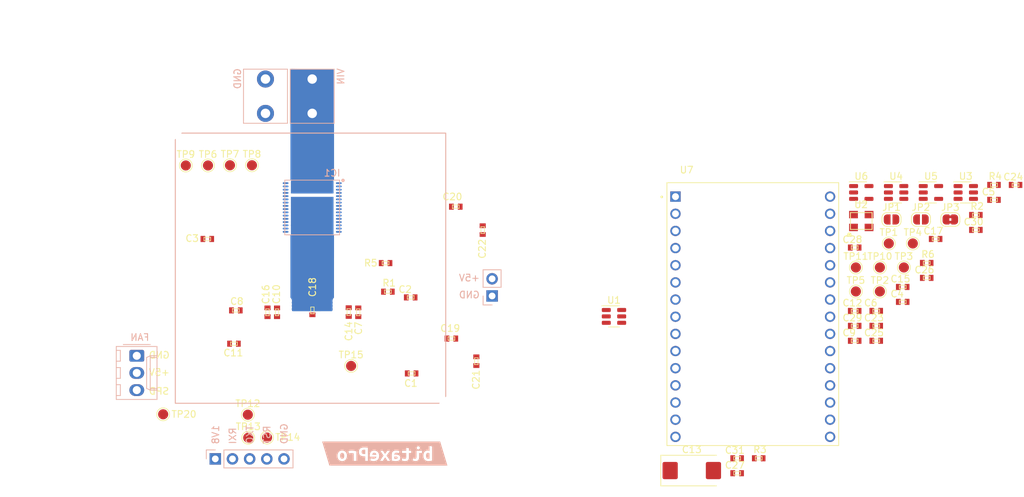
<source format=kicad_pcb>
(kicad_pcb (version 20211014) (generator pcbnew)
  (layers (0 "F.Cu" signal) (1 "In1.Cu" signal) (2 "In2.Cu" signal) (31 "B.Cu" signal) (34 "B.Paste" user) (35 "F.Paste" user) (36 "B.SilkS" user "B.Silkscreen") (37 "F.SilkS" user "F.Silkscreen") (38 "B.Mask" user) (39 "F.Mask" user) (44 "Edge.Cuts" user))
  (net 0 "")
  (net 1 "GND")
  (net 2 "Net-(C2-Pad2)")
  (net 3 "Net-(C6-Pad2)")
  (net 4 "/CI")
  (net 5 "/VDD")
  (net 6 "/RO")
  (net 7 "Net-(C12-Pad2)")
  (net 8 "Net-(C15-Pad2)")
  (net 9 "/RST_N")
  (net 10 "/5V")
  (net 11 "Net-(IC1-Pad4)")
  (net 12 "Net-(IC1-Pad5)")
  (net 13 "Net-(IC1-Pad6)")
  (net 14 "Net-(IC1-Pad25)")
  (net 15 "Net-(IC1-Pad26)")
  (net 16 "Net-(IC1-Pad27)")
  (net 17 "Net-(IC1-Pad28)")
  (net 18 "Net-(IC1-Pad29)")
  (net 19 "Net-(C17-Pad2)")
  (net 20 "/VCCIO")
  (net 21 "/TX")
  (net 22 "/RX")
  (net 23 "/1V8")
  (net 24 "/0V8")
  (net 25 "/RST")
  (net 26 "Net-(IC1-Pad8)")
  (net 27 "Net-(R2-Pad1)")
  (net 28 "Net-(C3-Pad2)")
  (net 29 "Net-(IC1-Pad10)")
  (net 30 "Net-(IC1-Pad11)")
  (net 31 "Net-(IC1-Pad12)")
  (net 32 "Net-(TP1-Pad1)")
  (net 40 "/PWM")
  (net 41 "Net-(IC1-Pad20)")
  (net 42 "Net-(IC1-Pad21)")
  (net 43 "Net-(IC1-Pad22)")
  (footprint "DayMiner:C0402" (layer "F.Cu") (at 172.69 85.17)
    (property "Value" "311-3342-1-ND")
    (fp_text reference "C23" (at -1.889 -0.5985) (layer "F.SilkS") (effects (justify left bottom)))
    (fp_text value "0.1uF")
    (pad "1" smd rect (at -0.65 0) (size 0.7 0.9) (layers "F.Cu" "F.Paste" "F.Mask") (net 20 "/VCCIO"))
    (pad "2" smd rect (at 0.65 0) (size 0.7 0.9) (layers "F.Cu" "F.Paste" "F.Mask") (net 1 "GND"))
  )
  (footprint "Package_TO_SOT_SMD:SOT-23-6" (layer "F.Cu") (at 185.9266 65.4266)
    (fp_text reference "U3" (at 0 -2.4) (layer "F.SilkS"))
    (fp_text value "SN74LVC1T45DRLR")
    (pad "1" smd roundrect locked (at -1.1375 -0.95) (size 1.325 0.6) (layers "F.Cu" "F.Paste" "F.Mask") (net 20 "/VCCIO"))
    (pad "2" smd roundrect locked (at -1.1375 0) (size 1.325 0.6) (layers "F.Cu" "F.Paste" "F.Mask") (net 1 "GND"))
    (pad "3" smd roundrect locked (at -1.1375 0.95) (size 1.325 0.6) (layers "F.Cu" "F.Paste" "F.Mask") (net 21 "/TX"))
    (pad "4" smd roundrect locked (at 1.1375 0.95) (size 1.325 0.6) (layers "F.Cu" "F.Paste" "F.Mask") (net 4 "/CI"))
    (pad "5" smd roundrect locked (at 1.1375 0) (size 1.325 0.6) (layers "F.Cu" "F.Paste" "F.Mask") (net 20 "/VCCIO"))
    (pad "6" smd roundrect locked (at 1.1375 -0.95) (size 1.325 0.6) (layers "F.Cu" "F.Paste" "F.Mask") (net 23 "/1V8"))
  )
  (footprint "DayMiner:C0402" (layer "F.Cu") (at 96.1 83.16 -90)
    (property "Value" "311-3342-1-ND")
    (fp_text reference "C7" (at 1.29 -0.62 90) (layer "F.SilkS") (effects (justify right bottom)))
    (fp_text value "0.1uF")
    (pad "1" smd rect (at -0.65 0 270) (size 0.7 0.9) (layers "F.Cu" "F.Paste" "F.Mask") (net 5 "/VDD"))
    (pad "2" smd rect (at 0.65 0 270) (size 0.7 0.9) (layers "F.Cu" "F.Paste" "F.Mask") (net 1 "GND"))
  )
  (footprint "TestPoint:TestPoint_Pad_D1.5mm" (layer "F.Cu") (at 174.5466 72.9766)
    (fp_text reference "TP1" (at 0 -1.648) (layer "F.SilkS"))
    (fp_text value "TestPoint")
    (pad "1" smd circle locked (at 0 0) (size 1.5 1.5) (layers "F.Cu" "F.Mask") (net 32 "Net-(TP1-Pad1)"))
  )
  (footprint "DayMiner:C0402" (layer "F.Cu") (at 103.99 92.21)
    (property "Value" "311-3342-1-ND")
    (fp_text reference "C1" (at -1.19 2.05) (layer "F.SilkS") (effects (justify left bottom)))
    (fp_text value "0.1uF")
    (pad "1" smd rect (at -0.65 0) (size 0.7 0.9) (layers "F.Cu" "F.Paste" "F.Mask") (net 1 "GND"))
    (pad "2" smd rect (at 0.65 0) (size 0.7 0.9) (layers "F.Cu" "F.Paste" "F.Mask") (net 23 "/1V8"))
  )
  (footprint "Jumper:SolderJumper-2_P1.3mm_Open_RoundedPad1.0x1.5mm" (layer "F.Cu") (at 179.2966 69.4266)
    (fp_text reference "JP2" (at 0 -1.8) (layer "F.SilkS"))
    (fp_text value "SolderJumper_2_Open")
    (pad "1" smd custom locked (at -0.65 0) (size 1 0.5) (layers "F.Cu" "F.Mask") (net 1 "GND") (options (clearance outline) (anchor rect)) (primitives (gr_circle (center 0 0.25) (end 0.5 0.25) (width 0) (fill yes)) (gr_circle (center 0 -0.25) (end 0.5 -0.25) (width 0) (fill yes)) (gr_poly (pts (xy 0.5 0.75) (xy 0 0.75) (xy 0 -0.75) (xy 0.5 -0.75)) (width 0) (fill yes))))
    (pad "2" smd custom locked (at 0.65 0) (size 1 0.5) (layers "F.Cu" "F.Mask") (net 12 "Net-(IC1-Pad5)") (options (clearance outline) (anchor rect)) (primitives (gr_circle (center 0 0.25) (end 0.5 0.25) (width 0) (fill yes)) (gr_circle (center 0 -0.25) (end 0.5 -0.25) (width 0) (fill yes)) (gr_poly (pts (xy 0 0.75) (xy -0.5 0.75) (xy -0.5 -0.75) (xy 0 -0.75)) (width 0) (fill yes))))
  )
  (footprint "DayMiner:R0402" (layer "F.Cu") (at 100.14 75.88)
    (fp_text reference "R5" (at -3.27 0.57) (layer "F.SilkS") (effects (justify left bottom)))
    (fp_text value "1K")
    (pad "1" smd rect (at -0.65 0) (size 0.7 0.9) (layers "F.Cu" "F.Paste" "F.Mask") (net 1 "GND"))
    (pad "2" smd rect (at 0.65 0) (size 0.7 0.9) (layers "F.Cu" "F.Paste" "F.Mask") (net 9 "/RST_N"))
  )
  (footprint "DayMiner:C0402" (layer "F.Cu") (at 73.78 72.31)
    (property "Value" "587-5514-1-ND")
    (fp_text reference "C3" (at -3.32 0.5) (layer "F.SilkS") (effects (justify left bottom)))
    (fp_text value "1uF")
    (pad "1" smd rect (at -0.65 0) (size 0.7 0.9) (layers "F.Cu" "F.Paste" "F.Mask") (net 2 "Net-(C2-Pad2)"))
    (pad "2" smd rect (at 0.65 0) (size 0.7 0.9) (layers "F.Cu" "F.Paste" "F.Mask") (net 28 "Net-(C3-Pad2)"))
  )
  (footprint "MountingHole:MountingHole_3.5mm" (layer "F.Cu") (at 68.31 55.85)
    (fp_text reference "H2" hide)
    (fp_text value "MountingHole")
    (pad "" np_thru_hole circle (at 0.054 0.074) (size 3.5 3.5) (drill 3.5) (layers F&B.Cu *.Mask))
  )
  (footprint "DayMiner:XCVR_ESP32-C3-DEVKITC-02" (layer "F.Cu") (at 154.4336 83.4316)
    (fp_text reference "U7" (at -9.775 -21.34) (layer "F.SilkS"))
    (fp_text value "ESP32-C3-DEVKITC-02")
    (pad "1" thru_hole rect locked (at -11.43 -17.3922) (size 1.53 1.53) (drill 1.02) (layers *.Cu *.Mask) (net 1 "GND"))
    (pad "2" thru_hole circle locked (at -11.43 -14.8522) (size 1.53 1.53) (drill 1.02) (layers *.Cu *.Mask) (net 20 "/VCCIO"))
    (pad "3" thru_hole circle locked (at -11.43 -12.3122) (size 1.53 1.53) (drill 1.02) (layers *.Cu *.Mask) (net 20 "/VCCIO"))
    (pad "4" thru_hole circle locked (at -11.43 -9.7722) (size 1.53 1.53) (drill 1.02) (layers *.Cu *.Mask))
    (pad "5" thru_hole circle locked (at -11.43 -7.2322) (size 1.53 1.53) (drill 1.02) (layers *.Cu *.Mask) (net 1 "GND"))
    (pad "6" thru_hole circle locked (at -11.43 -4.6922) (size 1.53 1.53) (drill 1.02) (layers *.Cu *.Mask))
    (pad "7" thru_hole circle locked (at -11.43 -2.1522) (size 1.53 1.53) (drill 1.02) (layers *.Cu *.Mask))
    (pad "8" thru_hole circle locked (at -11.43 0.3878) (size 1.53 1.53) (drill 1.02) (layers *.Cu *.Mask))
    (pad "9" thru_hole circle locked (at -11.43 2.9278) (size 1.53 1.53) (drill 1.02) (layers *.Cu *.Mask))
    (pad "10" thru_hole circle locked (at -11.43 5.4678) (size 1.53 1.53) (drill 1.02) (layers *.Cu *.Mask) (net 1 "GND"))
    (pad "11" thru_hole circle locked (at -11.43 8.0078) (size 1.53 1.53) (drill 1.02) (layers *.Cu *.Mask))
    (pad "12" thru_hole circle locked (at -11.43 10.5478) (size 1.53 1.53) (drill 1.02) (layers *.Cu *.Mask))
    (pad "13" thru_hole circle locked (at -11.43 13.0878) (size 1.53 1.53) (drill 1.02) (layers *.Cu *.Mask) (net 10 "/5V"))
    (pad "14" thru_hole circle locked (at -11.43 15.6278) (size 1.53 1.53) (drill 1.02) (layers *.Cu *.Mask) (net 10 "/5V"))
    (pad "15" thru_hole circle locked (at -11.43 18.1678) (size 1.53 1.53) (drill 1.02) (layers *.Cu *.Mask) (net 1 "GND"))
    (pad "16" thru_hole circle locked (at 11.43 18.1678) (size 1.53 1.53) (drill 1.02) (layers *.Cu *.Mask) (net 1 "GND"))
    (pad "17" thru_hole circle locked (at 11.43 15.6278) (size 1.53 1.53) (drill 1.02) (layers *.Cu *.Mask) (net 1 "GND"))
    (pad "18" thru_hole circle locked (at 11.43 13.0878) (size 1.53 1.53) (drill 1.02) (layers *.Cu *.Mask))
    (pad "19" thru_hole circle locked (at 11.43 10.5478) (size 1.53 1.53) (drill 1.02) (layers *.Cu *.Mask))
    (pad "20" thru_hole circle locked (at 11.43 8.0078) (size 1.53 1.53) (drill 1.02) (layers *.Cu *.Mask) (net 1 "GND"))
    (pad "21" thru_hole circle locked (at 11.43 5.4678) (size 1.53 1.53) (drill 1.02) (layers *.Cu *.Mask))
    (pad "22" thru_hole circle locked (at 11.43 2.9278) (size 1.53 1.53) (drill 1.02) (layers *.Cu *.Mask))
    (pad "23" thru_hole circle locked (at 11.43 0.3878) (size 1.53 1.53) (drill 1.02) (layers *.Cu *.Mask) (net 1 "GND"))
    (pad "24" thru_hole circle locked (at 11.43 -2.1522) (size 1.53 1.53) (drill 1.02) (layers *.Cu *.Mask))
    (pad "25" thru_hole circle locked (at 11.43 -4.6922) (size 1.53 1.53) (drill 1.02) (layers *.Cu *.Mask) (net 1 "GND"))
    (pad "26" thru_hole circle locked (at 11.43 -7.2322) (size 1.53 1.53) (drill 1.02) (layers *.Cu *.Mask))
    (pad "27" thru_hole circle locked (at 11.43 -9.7722) (size 1.53 1.53) (drill 1.02) (layers *.Cu *.Mask))
    (pad "28" thru_hole circle locked (at 11.43 -12.3122) (size 1.53 1.53) (drill 1.02) (layers *.Cu *.Mask))
    (pad "29" thru_hole circle locked (at 11.43 -14.8522) (size 1.53 1.53) (drill 1.02) (layers *.Cu *.Mask))
    (pad "30" thru_hole circle locked (at 11.43 -17.3922) (size 1.53 1.53) (drill 1.02) (layers *.Cu *.Mask) (net 1 "GND"))
  )
  (footprint "TestPoint:TestPoint_Pad_D1.5mm" (layer "F.Cu") (at 95.04 91.1)
    (fp_text reference "TP15" (at 0 -1.648) (layer "F.SilkS"))
    (fp_text value "TestPoint")
    (pad "1" smd circle locked (at 0 0) (size 1.5 1.5) (layers "F.Cu" "F.Mask") (net 1 "GND"))
  )
  (footprint "DayMiner:C0402" (layer "F.Cu") (at 114.5 71 90)
    (fp_text reference "C22" (at -4.32 0.52 90) (layer "F.SilkS") (effects (justify left bottom)))
    (fp_text value "1uF")
    (pad "1" smd rect (at -0.65 0 90) (size 0.7 0.9) (layers "F.Cu" "F.Paste" "F.Mask") (net 24 "/0V8"))
    (pad "2" smd rect (at 0.65 0 90) (size 0.7 0.9) (layers "F.Cu" "F.Paste" "F.Mask") (net 1 "GND"))
  )
  (footprint "Package_TO_SOT_SMD:SOT-23-5" (layer "F.Cu") (at 180.7766 65.4266)
    (fp_text reference "U5" (at 0 -2.4) (layer "F.SilkS"))
    (fp_text value "MCP1824")
    (pad "1" smd roundrect locked (at -1.1375 -0.95) (size 1.325 0.6) (layers "F.Cu" "F.Paste" "F.Mask") (net 10 "/5V"))
    (pad "2" smd roundrect locked (at -1.1375 0) (size 1.325 0.6) (layers "F.Cu" "F.Paste" "F.Mask") (net 1 "GND"))
    (pad "3" smd roundrect locked (at -1.1375 0.95) (size 1.325 0.6) (layers "F.Cu" "F.Paste" "F.Mask") (net 10 "/5V"))
    (pad "4" smd roundrect locked (at 1.1375 0.95) (size 1.325 0.6) (layers "F.Cu" "F.Paste" "F.Mask"))
    (pad "5" smd roundrect locked (at 1.1375 -0.95) (size 1.325 0.6) (layers "F.Cu" "F.Paste" "F.Mask") (net 23 "/1V8"))
  )
  (footprint "Package_TO_SOT_SMD:SOT-23-6" (layer "F.Cu") (at 175.6266 65.4266)
    (fp_text reference "U4" (at 0 -2.4) (layer "F.SilkS"))
    (fp_text value "SN74LVC1T45DRLR")
    (pad "1" smd roundrect locked (at -1.1375 -0.95) (size 1.325 0.6) (layers "F.Cu" "F.Paste" "F.Mask") (net 20 "/VCCIO"))
    (pad "2" smd roundrect locked (at -1.1375 0) (size 1.325 0.6) (layers "F.Cu" "F.Paste" "F.Mask") (net 1 "GND"))
    (pad "3" smd roundrect locked (at -1.1375 0.95) (size 1.325 0.6) (layers "F.Cu" "F.Paste" "F.Mask") (net 25 "/RST"))
    (pad "4" smd roundrect locked (at 1.1375 0.95) (size 1.325 0.6) (layers "F.Cu" "F.Paste" "F.Mask") (net 9 "/RST_N"))
    (pad "5" smd roundrect locked (at 1.1375 0) (size 1.325 0.6) (layers "F.Cu" "F.Paste" "F.Mask") (net 20 "/VCCIO"))
    (pad "6" smd roundrect locked (at 1.1375 -0.95) (size 1.325 0.6) (layers "F.Cu" "F.Paste" "F.Mask") (net 23 "/1V8"))
  )
  (footprint "DayMiner:R0402" (layer "F.Cu") (at 180.15 75.86)
    (fp_text reference "R6" (at -0.889 -0.6985) (layer "F.SilkS") (effects (justify left bottom)))
    (fp_text value "10k")
    (pad "1" smd rect (at -0.65 0) (size 0.7 0.9) (layers "F.Cu" "F.Paste" "F.Mask") (net 16 "Net-(IC1-Pad27)"))
    (pad "2" smd rect (at 0.65 0) (size 0.7 0.9) (layers "F.Cu" "F.Paste" "F.Mask") (net 23 "/1V8"))
  )
  (footprint "Package_TO_SOT_SMD:SOT-23-5" (layer "F.Cu") (at 170.4766 65.4266)
    (fp_text reference "U6" (at 0 -2.4) (layer "F.SilkS"))
    (fp_text value "MCP1824")
    (pad "1" smd roundrect locked (at -1.1375 -0.95) (size 1.325 0.6) (layers "F.Cu" "F.Paste" "F.Mask") (net 10 "/5V"))
    (pad "2" smd roundrect locked (at -1.1375 0) (size 1.325 0.6) (layers "F.Cu" "F.Paste" "F.Mask") (net 1 "GND"))
    (pad "3" smd roundrect locked (at -1.1375 0.95) (size 1.325 0.6) (layers "F.Cu" "F.Paste" "F.Mask") (net 10 "/5V"))
    (pad "4" smd roundrect locked (at 1.1375 0.95) (size 1.325 0.6) (layers "F.Cu" "F.Paste" "F.Mask"))
    (pad "5" smd roundrect locked (at 1.1375 -0.95) (size 1.325 0.6) (layers "F.Cu" "F.Paste" "F.Mask") (net 24 "/0V8"))
  )
  (footprint "MountingHole:MountingHole_3.5mm" (layer "F.Cu") (at 109.66 97.3)
    (fp_text reference "H1" hide)
    (fp_text value "MountingHole")
    (pad "" np_thru_hole circle (at 0.07 -0.01) (size 3.5 3.5) (drill 3.5) (layers F&B.Cu *.Mask))
  )
  (footprint "DayMiner:C0402" (layer "F.Cu") (at 176.6 81.62)
    (property "Value" "587-5514-1-ND")
    (fp_text reference "C4" (at -1.889 -0.5985) (layer "F.SilkS") (effects (justify left bottom)))
    (fp_text value "1uF")
    (pad "1" smd rect (at -0.65 0) (size 0.7 0.9) (layers "F.Cu" "F.Paste" "F.Mask") (net 24 "/0V8"))
    (pad "2" smd rect (at 0.65 0) (size 0.7 0.9) (layers "F.Cu" "F.Paste" "F.Mask") (net 1 "GND"))
  )
  (footprint "DayMiner:C0402" (layer "F.Cu") (at 169.5 82.96)
    (property "Value" "587-5514-1-ND")
    (fp_text reference "C12" (at -1.889 -0.5985) (layer "F.SilkS") (effects (justify left bottom)))
    (fp_text value "1uF")
    (pad "1" smd rect (at -0.65 0) (size 0.7 0.9) (layers "F.Cu" "F.Paste" "F.Mask") (net 5 "/VDD"))
    (pad "2" smd rect (at 0.65 0) (size 0.7 0.9) (layers "F.Cu" "F.Paste" "F.Mask") (net 7 "Net-(C12-Pad2)"))
  )
  (footprint "DayMiner:C0402" (layer "F.Cu") (at 152.12 104.77)
    (property "Value" "587-5514-1-ND")
    (fp_text reference "C31" (at -1.889 -0.5985) (layer "F.SilkS") (effects (justify left bottom)))
    (fp_text value "1uF")
    (pad "1" smd rect (at -0.65 0) (size 0.7 0.9) (layers "F.Cu" "F.Paste" "F.Mask") (net 23 "/1V8"))
    (pad "2" smd rect (at 0.65 0) (size 0.7 0.9) (layers "F.Cu" "F.Paste" "F.Mask") (net 1 "GND"))
  )
  (footprint "Jumper:SolderJumper-2_P1.3mm_Bridged2Bar_RoundedPad1.0x1.5mm" (layer "F.Cu") (at 183.6466 69.4266)
    (fp_text reference "JP3" (at 0 -1.8) (layer "F.SilkS"))
    (fp_text value "SolderJumper_2_Bridged")
    (fp_poly (pts (xy -0.25 0.2) (xy 0.25 0.2) (xy 0.25 0.6) (xy -0.25 0.6)) (layer "F.Cu") (width 0) (fill solid))
    (fp_poly (pts (xy -0.25 -0.6) (xy 0.25 -0.6) (xy 0.25 -0.2) (xy -0.25 -0.2)) (layer "F.Cu") (width 0) (fill solid))
    (pad "1" smd custom locked (at -0.65 0) (size 1 0.5) (layers "F.Cu" "F.Mask") (net 1 "GND") (options (clearance outline) (anchor rect)) (primitives (gr_circle (center 0 0.25) (end 0.5 0.25) (width 0) (fill yes)) (gr_circle (center 0 -0.25) (end 0.5 -0.25) (width 0) (fill yes)) (gr_poly (pts (xy 0.5 0.75) (xy 0 0.75) (xy 0 -0.75) (xy 0.5 -0.75)) (width 0) (fill yes))))
    (pad "2" smd custom locked (at 0.65 0) (size 1 0.5) (layers "F.Cu" "F.Mask") (net 13 "Net-(IC1-Pad6)") (options (clearance outline) (anchor rect)) (primitives (gr_circle (center 0 0.25) (end 0.5 0.25) (width 0) (fill yes)) (gr_circle (center 0 -0.25) (end 0.5 -0.25) (width 0) (fill yes)) (gr_poly (pts (xy 0 0.75) (xy -0.5 0.75) (xy -0.5 -0.75) (xy 0 -0.75)) (width 0) (fill yes))))
  )
  (footprint "DayMiner:C0402" (layer "F.Cu") (at 180.15 78.07)
    (property "Value" "311-3342-1-ND")
    (fp_text reference "C26" (at -1.889 -0.5985) (layer "F.SilkS") (effects (justify left bottom)))
    (fp_text value "0.1uF")
    (pad "1" smd rect (at -0.65 0) (size 0.7 0.9) (layers "F.Cu" "F.Paste" "F.Mask") (net 23 "/1V8"))
    (pad "2" smd rect (at 0.65 0) (size 0.7 0.9) (layers "F.Cu" "F.Paste" "F.Mask") (net 1 "GND"))
  )
  (footprint "Package_TO_SOT_SMD:SOT-23-6" (layer "F.Cu") (at 133.91 83.77)
    (fp_text reference "U1" (at 0 -2.4) (layer "F.SilkS"))
    (fp_text value "SN74LVC1T45DRLR")
    (pad "1" smd roundrect locked (at -1.1375 -0.95) (size 1.325 0.6) (layers "F.Cu" "F.Paste" "F.Mask") (net 20 "/VCCIO"))
    (pad "2" smd roundrect locked (at -1.1375 0) (size 1.325 0.6) (layers "F.Cu" "F.Paste" "F.Mask") (net 1 "GND"))
    (pad "3" smd roundrect locked (at -1.1375 0.95) (size 1.325 0.6) (layers "F.Cu" "F.Paste" "F.Mask") (net 22 "/RX"))
    (pad "4" smd roundrect locked (at 1.1375 0.95) (size 1.325 0.6) (layers "F.Cu" "F.Paste" "F.Mask") (net 6 "/RO"))
    (pad "5" smd roundrect locked (at 1.1375 0) (size 1.325 0.6) (layers "F.Cu" "F.Paste" "F.Mask") (net 1 "GND"))
    (pad "6" smd roundrect locked (at 1.1375 -0.95) (size 1.325 0.6) (layers "F.Cu" "F.Paste" "F.Mask") (net 23 "/1V8"))
  )
  (footprint "DayMiner:C0402" (layer "F.Cu") (at 176.6 79.41)
    (property "Value" "587-5514-1-ND")
    (fp_text reference "C15" (at -1.889 -0.5985) (layer "F.SilkS") (effects (justify left bottom)))
    (fp_text value "1uF")
    (pad "1" smd rect (at -0.65 0) (size 0.7 0.9) (layers "F.Cu" "F.Paste" "F.Mask") (net 7 "Net-(C12-Pad2)"))
    (pad "2" smd rect (at 0.65 0) (size 0.7 0.9) (layers "F.Cu" "F.Paste" "F.Mask") (net 8 "Net-(C15-Pad2)"))
  )
  (footprint "DayMiner:alignment_pin_1.5mm" (layer "F.Cu") (at 51.68 37.69)
    (fp_text reference "H6" hide)
    (fp_text value "AlignmentHole")
    (pad "" np_thru_hole circle (at 0 0) (size 1.5 1.5) (drill 1.5) (layers F&B.Cu *.Mask))
  )
  (footprint "DayMiner:C0402" (layer "F.Cu") (at 82.68 83.16 -90)
    (property "Value" "587-5514-1-ND")
    (fp_text reference "C16" (at -4.21 -0.34 90) (layer "F.SilkS") (effects (justify right bottom)))
    (fp_text value "1uF")
    (pad "1" smd rect (at -0.65 0 270) (size 0.7 0.9) (layers "F.Cu" "F.Paste" "F.Mask") (net 24 "/0V8"))
    (pad "2" smd rect (at 0.65 0 270) (size 0.7 0.9) (layers "F.Cu" "F.Paste" "F.Mask") (net 1 "GND"))
  )
  (footprint "DayMiner:R0402" (layer "F.Cu") (at 155.31 104.77)
    (fp_text reference "R3" (at -0.889 -0.6985) (layer "F.SilkS") (effects (justify left bottom)))
    (fp_text value "0")
    (pad "1" smd rect (at -0.65 0) (size 0.7 0.9) (layers "F.Cu" "F.Paste" "F.Mask") (net 6 "/RO"))
    (pad "2" smd rect (at 0.65 0) (size 0.7 0.9) (layers "F.Cu" "F.Paste" "F.Mask") (net 29 "Net-(IC1-Pad10)"))
  )
  (footprint "DayMiner:alignment_pin_1.5mm" (layer "F.Cu") (at 50.85 40.15)
    (fp_text reference "H5" hide)
    (fp_text value "AlignmentHole")
    (pad "" np_thru_hole circle (at 0 0) (size 1.5 1.5) (drill 1.5) (layers F&B.Cu *.Mask))
  )
  (footprint "TestPoint:TestPoint_Pad_D1.5mm" (layer "F.Cu") (at 80.38 61.4)
    (fp_text reference "TP8" (at 0 -1.648) (layer "F.SilkS"))
    (fp_text value "TestPoint")
    (pad "1" smd circle locked (at 0 0) (size 1.5 1.5) (layers "F.Cu" "F.Mask") (net 42 "Net-(IC1-Pad21)"))
  )
  (footprint "DayMiner:C0402" (layer "F.Cu") (at 89.32 82.88 -90)
    (property "Value" "587-5514-1-ND")
    (fp_text reference "C18" (at -1.889 -0.5985 -90) (layer "F.SilkS") (effects (justify left bottom)))
    (fp_text value "1uF")
    (pad "1" smd rect (at -0.65 0 270) (size 0.7 0.9) (layers "F.Cu" "F.Paste" "F.Mask") (net 19 "Net-(C17-Pad2)"))
    (pad "2" smd rect (at 0.65 0 270) (size 0.7 0.9) (layers "F.Cu" "F.Paste" "F.Mask") (net 1 "GND"))
  )
  (footprint "DayMiner:C0402" (layer "F.Cu") (at 172.69 87.38)
    (property "Value" "311-3342-1-ND")
    (fp_text reference "C25" (at -1.889 -0.5985) (layer "F.SilkS") (effects (justify left bottom)))
    (fp_text value "0.1uF")
    (pad "1" smd rect (at -0.65 0) (size 0.7 0.9) (layers "F.Cu" "F.Paste" "F.Mask") (net 20 "/VCCIO"))
    (pad "2" smd rect (at 0.65 0) (size 0.7 0.9) (layers "F.Cu" "F.Paste" "F.Mask") (net 1 "GND"))
  )
  (footprint "TestPoint:TestPoint_Pad_D1.5mm" (layer "F.Cu") (at 169.6766 80.0766)
    (fp_text reference "TP5" (at 0 -1.648) (layer "F.SilkS"))
    (fp_text value "TestPoint")
    (pad "1" smd circle locked (at 0 0) (size 1.5 1.5) (layers "F.Cu" "F.Mask") (net 15 "Net-(IC1-Pad26)"))
  )
  (footprint "TestPoint:TestPoint_Pad_D1.5mm" (layer "F.Cu") (at 176.7766 76.5266)
    (fp_text reference "TP3" (at 0 -1.648) (layer "F.SilkS"))
    (fp_text value "TestPoint")
    (pad "1" smd circle locked (at 0 0) (size 1.5 1.5) (layers "F.Cu" "F.Mask") (net 18 "Net-(IC1-Pad29)"))
  )
  (footprint "DayMiner:C0402" (layer "F.Cu") (at 84.09 83.16 -90)
    (property "Value" "587-5514-1-ND")
    (fp_text reference "C10" (at -4.23 -0.5 90) (layer "F.SilkS") (effects (justify right bottom)))
    (fp_text value "1uF")
    (pad "1" smd rect (at -0.65 0 270) (size 0.7 0.9) (layers "F.Cu" "F.Paste" "F.Mask") (net 5 "/VDD"))
    (pad "2" smd rect (at 0.65 0 270) (size 0.7 0.9) (layers "F.Cu" "F.Paste" "F.Mask") (net 1 "GND"))
  )
  (footprint "DayMiner:C0402" (layer "F.Cu") (at 77.72 87.81 180)
    (property "Value" "587-5514-1-ND")
    (fp_text reference "C11" (at -1.46 -1.94) (layer "F.SilkS") (effects (justify right bottom)))
    (fp_text value "1uF")
    (pad "1" smd rect (at -0.65 0 180) (size 0.7 0.9) (layers "F.Cu" "F.Paste" "F.Mask") (net 5 "/VDD"))
    (pad "2" smd rect (at 0.65 0 180) (size 0.7 0.9) (layers "F.Cu" "F.Paste" "F.Mask") (net 1 "GND"))
  )
  (footprint "DayMiner:C0402" (layer "F.Cu") (at 94.69 83.13 -90)
    (property "Value" "587-5514-1-ND")
    (fp_text reference "C14" (at 1.29 -0.59 90) (layer "F.SilkS") (effects (justify right bottom)))
    (fp_text value "1uF")
    (pad "1" smd rect (at -0.65 0 270) (size 0.7 0.9) (layers "F.Cu" "F.Paste" "F.Mask") (net 23 "/1V8"))
    (pad "2" smd rect (at 0.65 0 270) (size 0.7 0.9) (layers "F.Cu" "F.Paste" "F.Mask") (net 1 "GND"))
  )
  (footprint "DayMiner:alignment_pin_1.5mm" (layer "F.Cu") (at 48.22 40.02)
    (fp_text reference "H4" hide)
    (fp_text value "AlignmentHole")
    (pad "" np_thru_hole circle (at 0 0) (size 1.5 1.5) (drill 1.5) (layers F&B.Cu *.Mask))
  )
  (footprint "Capacitor_Tantalum_SMD:CP_EIA-7343-31_Kemet-D_Pad2.25x2.55mm_HandSolder" (layer "F.Cu") (at 145.4166 106.5866)
    (fp_text reference "C13" (at 0 -3.1) (layer "F.SilkS"))
    (fp_text value "330uF")
    (pad "1" smd roundrect locked (at -3.2 0) (size 2.25 2.55) (layers "F.Cu" "F.Paste" "F.Mask") (roundrect_rratio 0.111111) (net 5 "/VDD"))
    (pad "2" smd roundrect locked (at 3.2 0) (size 2.25 2.55) (layers "F.Cu" "F.Paste" "F.Mask") (roundrect_rratio 0.111111) (net 1 "GND"))
  )
  (footprint "DayMiner:alignment_pin_1.5mm" (layer "F.Cu") (at 48.83 37.86)
    (fp_text reference "H3" hide)
    (fp_text value "AlignmentHole")
    (pad "" np_thru_hole circle (at 0 0) (size 1.5 1.5) (drill 1.5) (layers F&B.Cu *.Mask))
  )
  (footprint "TestPoint:TestPoint_Pad_D1.5mm" (layer "F.Cu") (at 77.13 61.4)
    (fp_text reference "TP7" (at 0 -1.648) (layer "F.SilkS"))
    (fp_text value "TestPoint")
    (pad "1" smd circle locked (at 0 0) (size 1.5 1.5) (layers "F.Cu" "F.Mask") (net 43 "Net-(IC1-Pad22)"))
  )
  (footprint "TestPoint:TestPoint_Pad_D1.5mm" (layer "F.Cu") (at 173.2266 80.0766)
    (fp_text reference "TP2" (at 0 -1.648) (layer "F.SilkS"))
    (fp_text value "TestPoint")
    (pad "1" smd circle locked (at 0 0) (size 1.5 1.5) (layers "F.Cu" "F.Mask") (net 27 "Net-(R2-Pad1)"))
  )
  (footprint "TestPoint:TestPoint_Pad_D1.5mm" (layer "F.Cu") (at 79.83 101.73)
    (fp_text reference "TP13" (at 0 -1.648) (layer "F.SilkS"))
    (fp_text value "TestPoint")
    (pad "1" smd circle locked (at 0 0) (size 1.5 1.5) (layers "F.Cu" "F.Mask") (net 22 "/RX"))
  )
  (footprint "DayMiner:C0402" (layer "F.Cu") (at 169.5 85.17)
    (property "Value" "587-5514-1-ND")
    (fp_text reference "C29" (at -1.889 -0.5985) (layer "F.SilkS") (effects (justify left bottom)))
    (fp_text value "1uF")
    (pad "1" smd rect (at -0.65 0) (size 0.7 0.9) (layers "F.Cu" "F.Paste" "F.Mask") (net 23 "/1V8"))
    (pad "2" smd rect (at 0.65 0) (size 0.7 0.9) (layers "F.Cu" "F.Paste" "F.Mask") (net 1 "GND"))
  )
  (footprint "DayMiner:C0402" (layer "F.Cu") (at 109.87 87.05 180)
    (property "Value" "311-3342-1-ND")
    (fp_text reference "C19" (at -1.37 0.93) (layer "F.SilkS") (effects (justify right bottom)))
    (fp_text value "0.1uF")
    (pad "1" smd rect (at -0.65 0 180) (size 0.7 0.9) (layers "F.Cu" "F.Paste" "F.Mask") (net 10 "/5V"))
    (pad "2" smd rect (at 0.65 0 180) (size 0.7 0.9) (layers "F.Cu" "F.Paste" "F.Mask") (net 1 "GND"))
  )
  (footprint "DayMiner:C0402" (layer "F.Cu") (at 172.69 82.96)
    (property "Value" "587-5514-1-ND")
    (fp_text reference "C6" (at -1.889 -0.5985) (layer "F.SilkS") (effects (justify left bottom)))
    (fp_text value "1uF")
    (pad "1" smd rect (at -0.65 0) (size 0.7 0.9) (layers "F.Cu" "F.Paste" "F.Mask") (net 28 "Net-(C3-Pad2)"))
    (pad "2" smd rect (at 0.65 0) (size 0.7 0.9) (layers "F.Cu" "F.Paste" "F.Mask") (net 3 "Net-(C6-Pad2)"))
  )
  (footprint "TestPoint:TestPoint_Pad_D1.5mm" (layer "F.Cu") (at 70.6 61.43)
    (fp_text reference "TP9" (at 0 -1.648) (layer "F.SilkS"))
    (fp_text value "TestPoint")
    (pad "1" smd circle locked (at 0 0) (size 1.5 1.5) (layers "F.Cu" "F.Mask") (net 41 "Net-(IC1-Pad20)"))
  )
  (footprint "TestPoint:TestPoint_Pad_D1.5mm" (layer "F.Cu") (at 178.0966 72.9766)
    (fp_text reference "TP4" (at 0 -1.648) (layer "F.SilkS"))
    (fp_text value "TestPoint")
    (pad "1" smd circle locked (at 0 0) (size 1.5 1.5) (layers "F.Cu" "F.Mask") (net 17 "Net-(IC1-Pad28)"))
  )
  (footprint "TestPoint:TestPoint_Pad_D1.5mm" (layer "F.Cu") (at 82.61 101.7)
    (fp_text reference "TP14" (at 3.06 -0.04) (layer "F.SilkS"))
    (fp_text value "TestPoint")
    (pad "1" smd circle locked (at 0 0) (size 1.5 1.5) (layers "F.Cu" "F.Mask") (net 25 "/RST"))
  )
  (footprint "DayMiner:O 25,0-JO32-B-1V3-1-T1-LF" (layer "F.Cu") (at 170.47478 69.6516)
    (fp_text reference "U2" (at -0.03 -2.43 unlocked) (layer "F.SilkS"))
    (fp_text value "oscillator")
    (pad "1" smd rect (at -1.15 0.95) (size 1.3 1.1) (layers "F.Cu" "F.Paste" "F.Mask") (net 32 "Net-(TP1-Pad1)"))
    (pad "2" smd rect (at 1.15 0.95) (size 1.3 1.1) (layers "F.Cu" "F.Paste" "F.Mask") (net 1 "GND"))
    (pad "3" smd rect (at 1.15 -0.95) (size 1.3 1.1) (layers "F.Cu" "F.Paste" "F.Mask") (net 27 "Net-(R2-Pad1)"))
    (pad "4" smd rect (at -1.15 -0.95) (size 1.3 1.1) (layers "F.Cu" "F.Paste" "F.Mask") (net 23 "/1V8"))
  )
  (footprint "TestPoint:TestPoint_Pad_D1.5mm" (layer "F.Cu") (at 173.2266 76.5266)
    (fp_text reference "TP10" (at 0 -1.648) (layer "F.SilkS"))
    (fp_text value "TestPoint")
    (pad "1" smd circle locked (at 0 0) (size 1.5 1.5) (layers "F.Cu" "F.Mask") (net 23 "/1V8"))
  )
  (footprint "DayMiner:R0402" (layer "F.Cu") (at 100.48 80.11)
    (fp_text reference "R1" (at -0.889 -0.6985) (layer "F.SilkS") (effects (justify left bottom)))
    (fp_text value "470")
    (pad "1" smd rect (at -0.65 0) (size 0.7 0.9) (layers "F.Cu" "F.Paste" "F.Mask") (net 1 "GND"))
    (pad "2" smd rect (at 0.65 0) (size 0.7 0.9) (layers "F.Cu" "F.Paste" "F.Mask") (net 26 "Net-(IC1-Pad8)"))
  )
  (footprint "DayMiner:C0402" (layer "F.Cu") (at 103.85 80.96)
    (property "Value" "587-5514-1-ND")
    (fp_text reference "C2" (at -1.889 -0.5985) (layer "F.SilkS") (effects (justify left bottom)))
    (fp_text value "1uF")
    (pad "1" smd rect (at -0.65 0) (size 0.7 0.9) (layers "F.Cu" "F.Paste" "F.Mask") (net 1 "GND"))
    (pad "2" smd rect (at 0.65 0) (size 0.7 0.9) (layers "F.Cu" "F.Paste" "F.Mask") (net 2 "Net-(C2-Pad2)"))
  )
  (footprint "DayMiner:C0402" (layer "F.Cu") (at 110.52 67.53 180)
    (property "Value" "311-3342-1-ND")
    (fp_text reference "C20" (at -1.05 0.88) (layer "F.SilkS") (effects (justify right bottom)))
    (fp_text value "0.1uF")
    (pad "1" smd rect (at -0.65 0 180) (size 0.7 0.9) (layers "F.Cu" "F.Paste" "F.Mask") (net 10 "/5V"))
    (pad "2" smd rect (at 0.65 0 180) (size 0.7 0.9) (layers "F.Cu" "F.Paste" "F.Mask") (net 1 "GND"))
  )
  (footprint "DayMiner:C0402" (layer "F.Cu") (at 152.12 106.98)
    (property "Value" "311-3342-1-ND")
    (fp_text reference "C27" (at -1.889 -0.5985) (layer "F.SilkS") (effects (justify left bottom)))
    (fp_text value "0.1uF")
    (pad "1" smd rect (at -0.65 0) (size 0.7 0.9) (layers "F.Cu" "F.Paste" "F.Mask") (net 23 "/1V8"))
    (pad "2" smd rect (at 0.65 0) (size 0.7 0.9) (layers "F.Cu" "F.Paste" "F.Mask") (net 1 "GND"))
  )
  (footprint "DayMiner:C0402" (layer "F.Cu") (at 190.1 66.52)
    (property "Value" "587-5514-1-ND")
    (fp_text reference "C5" (at -1.889 -0.5985) (layer "F.SilkS") (effects (justify left bottom)))
    (fp_text value "1uF")
    (pad "1" smd rect (at -0.65 0) (size 0.7 0.9) (layers "F.Cu" "F.Paste" "F.Mask") (net 23 "/1V8"))
    (pad "2" smd rect (at 0.65 0) (size 0.7 0.9) (layers "F.Cu" "F.Paste" "F.Mask") (net 1 "GND"))
  )
  (footprint "TestPoint:TestPoint_Pad_D1.5mm" (layer "F.Cu") (at 73.88 61.43)
    (fp_text reference "TP6" (at 0 -1.648) (layer "F.SilkS"))
    (fp_text value "TestPoint")
    (pad "1" smd circle locked (at 0 0) (size 1.5 1.5) (layers "F.Cu" "F.Mask") (net 14 "Net-(IC1-Pad25)"))
  )
  (footprint "DayMiner:R0402" (layer "F.Cu") (at 187.42 68.76)
    (fp_text reference "R2" (at -0.889 -0.6985) (layer "F.SilkS") (effects (justify left bottom)))
    (fp_text value "33")
    (pad "1" smd rect (at -0.65 0) (size 0.7 0.9) (layers "F.Cu" "F.Paste" "F.Mask") (net 27 "Net-(R2-Pad1)"))
    (pad "2" smd rect (at 0.65 0) (size 0.7 0.9) (layers "F.Cu" "F.Paste" "F.Mask") (net 31 "Net-(IC1-Pad12)"))
  )
  (footprint "DayMiner:C0402" (layer "F.Cu") (at 181.47 72.31)
    (property "Value" "587-5514-1-ND")
    (fp_text reference "C17" (at -1.889 -0.5985) (layer "F.SilkS") (effects (justify left bottom)))
    (fp_text value "1uF")
    (pad "1" smd rect (at -0.65 0) (size 0.7 0.9) (layers "F.Cu" "F.Paste" "F.Mask") (net 8 "Net-(C15-Pad2)"))
    (pad "2" smd rect (at 0.65 0) (size 0.7 0.9) (layers "F.Cu" "F.Paste" "F.Mask") (net 19 "Net-(C17-Pad2)"))
  )
  (footprint "Jumper:SolderJumper-2_P1.3mm_Open_RoundedPad1.0x1.5mm" (layer "F.Cu") (at 174.9466 69.4266)
    (fp_text reference "JP1" (at 0 -1.8) (layer "F.SilkS"))
    (fp_text value "SolderJumper_2_Open")
    (pad "1" smd custom locked (at -0.65 0) (size 1 0.5) (layers "F.Cu" "F.Mask") (net 1 "GND") (options (clearance outline) (anchor rect)) (primitives (gr_circle (center 0 0.25) (end 0.5 0.25) (width 0) (fill yes)) (gr_circle (center 0 -0.25) (end 0.5 -0.25) (width 0) (fill yes)) (gr_poly (pts (xy 0.5 0.75) (xy 0 0.75) (xy 0 -0.75) (xy 0.5 -0.75)) (width 0) (fill yes))))
    (pad "2" smd custom locked (at 0.65 0) (size 1 0.5) (layers "F.Cu" "F.Mask") (net 11 "Net-(IC1-Pad4)") (options (clearance outline) (anchor rect)) (primitives (gr_circle (center 0 0.25) (end 0.5 0.25) (width 0) (fill yes)) (gr_circle (center 0 -0.25) (end 0.5 -0.25) (width 0) (fill yes)) (gr_poly (pts (xy 0 0.75) (xy -0.5 0.75) (xy -0.5 -0.75) (xy 0 -0.75)) (width 0) (fill yes))))
  )
  (footprint "DayMiner:C0402" (layer "F.Cu") (at 187.42 70.97)
    (property "Value" "587-5514-1-ND")
    (fp_text reference "C30" (at -1.889 -0.5985) (layer "F.SilkS") (effects (justify left bottom)))
    (fp_text value "1uF")
    (pad "1" smd rect (at -0.65 0) (size 0.7 0.9) (layers "F.Cu" "F.Paste" "F.Mask") (net 23 "/1V8"))
    (pad "2" smd rect (at 0.65 0) (size 0.7 0.9) (layers "F.Cu" "F.Paste" "F.Mask") (net 1 "GND"))
  )
  (footprint "DayMiner:C0402" (layer "F.Cu") (at 78 82.88)
    (property "Value" "587-5514-1-ND")
    (fp_text reference "C8" (at -0.93 -0.75) (layer "F.SilkS") (effects (justify left bottom)))
    (fp_text value "1uF")
    (pad "1" smd rect (at -0.65 0) (size 0.7 0.9) (layers "F.Cu" "F.Paste" "F.Mask") (net 3 "Net-(C6-Pad2)"))
    (pad "2" smd rect (at 0.65 0) (size 0.7 0.9) (layers "F.Cu" "F.Paste" "F.Mask") (net 5 "/VDD"))
  )
  (footprint "TestPoint:TestPoint_Pad_D1.5mm" (layer "F.Cu") (at 169.6766 76.5266)
    (fp_text reference "TP11" (at 0 -1.648) (layer "F.SilkS"))
    (fp_text value "TestPoint")
    (pad "1" smd circle locked (at 0 0) (size 1.5 1.5) (layers "F.Cu" "F.Mask") (net 24 "/0V8"))
  )
  (footprint "TestPoint:TestPoint_Pad_D1.5mm" (layer "F.Cu") (at 79.77 98.32)
    (fp_text reference "TP12" (at 0 -1.648) (layer "F.SilkS"))
    (fp_text value "TestPoint")
    (pad "1" smd circle locked (at 0 0) (size 1.5 1.5) (layers "F.Cu" "F.Mask") (net 21 "/TX"))
  )
  (footprint "DayMiner:C0402" (layer "F.Cu") (at 169.5 73.58)
    (property "Value" "311-3342-1-ND")
    (fp_text reference "C28" (at -1.889 -0.5985) (layer "F.SilkS") (effects (justify left bottom)))
    (fp_text value "0.1uF")
    (pad "1" smd rect (at -0.65 0) (size 0.7 0.9) (layers "F.Cu" "F.Paste" "F.Mask") (net 23 "/1V8"))
    (pad "2" smd rect (at 0.65 0) (size 0.7 0.9) (layers "F.Cu" "F.Paste" "F.Mask") (net 1 "GND"))
  )
  (footprint "DayMiner:C0402" (layer "F.Cu") (at 193.29 64.31)
    (property "Value" "311-3342-1-ND")
    (fp_text reference "C24" (at -1.889 -0.5985) (layer "F.SilkS") (effects (justify left bottom)))
    (fp_text value "0.1uF")
    (pad "1" smd rect (at -0.65 0) (size 0.7 0.9) (layers "F.Cu" "F.Paste" "F.Mask") (net 20 "/VCCIO"))
    (pad "2" smd rect (at 0.65 0) (size 0.7 0.9) (layers "F.Cu" "F.Paste" "F.Mask") (net 1 "GND"))
  )
  (footprint "DayMiner:C0402" (layer "F.Cu") (at 113.56 90.4 90)
    (fp_text reference "C21" (at -4.29 0.55 90) (layer "F.SilkS") (effects (justify left bottom)))
    (fp_text value "1uF")
    (pad "1" smd rect (at -0.65 0 90) (size 0.7 0.9) (layers "F.Cu" "F.Paste" "F.Mask") (net 23 "/1V8"))
    (pad "2" smd rect (at 0.65 0 90) (size 0.7 0.9) (layers "F.Cu" "F.Paste" "F.Mask") (net 1 "GND"))
  )
  (footprint "DayMiner:R0402" (layer "F.Cu") (at 190.1 64.31)
    (fp_text reference "R4" (at -0.889 -0.6985) (layer "F.SilkS") (effects (justify left bottom)))
    (fp_text value "0")
    (pad "1" smd rect (at -0.65 0) (size 0.7 0.9) (layers "F.Cu" "F.Paste" "F.Mask") (net 4 "/CI"))
    (pad "2" smd rect (at 0.65 0) (size 0.7 0.9) (layers "F.Cu" "F.Paste" "F.Mask") (net 30 "Net-(IC1-Pad11)"))
  )
  (footprint "TestPoint:TestPoint_Pad_D1.5mm" (layer "F.Cu") (at 67.25 98.26)
    (fp_text reference "TP20" (at 3.08 -0.01) (layer "F.SilkS"))
    (fp_text value "TestPoint")
    (pad "1" smd circle locked (at 0 0) (size 1.5 1.5) (layers "F.Cu" "F.Mask") (net 40 "/PWM"))
  )
  (footprint "DayMiner:C0402" (layer "F.Cu") (at 169.5 87.38)
    (property "Value" "311-3342-1-ND")
    (fp_text reference "C9" (at -1.889 -0.5985) (layer "F.SilkS") (effects (justify left bottom)))
    (fp_text value "0.1uF")
    (pad "1" smd rect (at -0.65 0) (size 0.7 0.9) (layers "F.Cu" "F.Paste" "F.Mask") (net 5 "/VDD"))
    (pad "2" smd rect (at 0.65 0) (size 0.7 0.9) (layers "F.Cu" "F.Paste" "F.Mask") (net 1 "GND"))
  )
  (footprint "kibuzzard-62AD2371" (layer "B.Cu") (at 100.02 104.07 180)
    (fp_text reference "kibuzzard-62AD2371" hide)
    (fp_text value "G***" hide)
  )
  (footprint "Connector_PinHeader_2.54mm:PinHeader_1x05_P2.54mm_Vertical" (layer "B.Cu") (at 74.96 104.86 -90)
    (fp_text reference "J3" hide)
    (fp_text value "Conn_01x05")
    (pad "1" thru_hole rect locked (at 0 0 270) (size 1.7 1.7) (drill 1) (layers *.Cu *.Mask) (net 20 "/VCCIO"))
    (pad "2" thru_hole oval locked (at 0 -2.54 270) (size 1.7 1.7) (drill 1) (layers *.Cu *.Mask) (net 21 "/TX"))
    (pad "3" thru_hole oval locked (at 0 -5.08 270) (size 1.7 1.7) (drill 1) (layers *.Cu *.Mask) (net 22 "/RX"))
    (pad "4" thru_hole oval locked (at 0 -7.62 270) (size 1.7 1.7) (drill 1) (layers *.Cu *.Mask) (net 25 "/RST"))
    (pad "5" thru_hole oval locked (at 0 -10.16 270) (size 1.7 1.7) (drill 1) (layers *.Cu *.Mask) (net 1 "GND"))
  )
  (footprint "Connector_PinHeader_2.54mm:PinHeader_1x02_P2.54mm_Vertical" (layer "B.Cu") (at 115.89 80.745)
    (fp_text reference "J4" hide)
    (fp_text value "Conn_01x02")
    (pad "1" thru_hole rect locked (at 0 0) (size 1.7 1.7) (drill 1) (layers *.Cu *.Mask) (net 1 "GND"))
    (pad "2" thru_hole oval locked (at 0 -2.54) (size 1.7 1.7) (drill 1) (layers *.Cu *.Mask) (net 10 "/5V"))
  )
  (footprint "DayMiner:SON45P800X800X70-33T645X800N" (layer "B.Cu") (at 89.29 67.65 180)
    (fp_text reference "IC1" (at -4.25 4.51) (layer "B.SilkS") (effects (justify left bottom mirror)))
    (fp_text value "BM1397_mode1")
    (pad "1" smd roundrect (at -3.9346 3.6 180) (size 0.86 0.27) (layers "B.Cu" "B.Paste" "B.Mask") (roundrect_rratio 0.5) (net 3 "Net-(C6-Pad2)"))
    (pad "2" smd roundrect (at -3.9346 3.12 180) (size 0.86 0.27) (layers "B.Cu" "B.Paste" "B.Mask") (roundrect_rratio 0.5) (net 28 "Net-(C3-Pad2)"))
    (pad "3" smd roundrect (at -3.9346 2.64 180) (size 0.86 0.27) (layers "B.Cu" "B.Paste" "B.Mask") (roundrect_rratio 0.5) (net 2 "Net-(C2-Pad2)"))
    (pad "4" smd roundrect (at -3.9346 2.16 180) (size 0.86 0.27) (layers "B.Cu" "B.Paste" "B.Mask") (roundrect_rratio 0.5) (net 11 "Net-(IC1-Pad4)"))
    (pad "5" smd roundrect (at -3.9346 1.68 180) (size 0.86 0.27) (layers "B.Cu" "B.Paste" "B.Mask") (roundrect_rratio 0.5) (net 12 "Net-(IC1-Pad5)"))
    (pad "6" smd roundrect (at -3.9346 1.2 180) (size 0.86 0.27) (layers "B.Cu" "B.Paste" "B.Mask") (roundrect_rratio 0.5) (net 13 "Net-(IC1-Pad6)"))
    (pad "7" smd roundrect (at -3.9346 0.72 180) (size 0.86 0.27) (layers "B.Cu" "B.Paste" "B.Mask") (roundrect_rratio 0.5))
    (pad "8" smd roundrect (at -3.9346 0.24 180) (size 0.86 0.27) (layers "B.Cu" "B.Paste" "B.Mask") (roundrect_rratio 0.5) (net 26 "Net-(IC1-Pad8)"))
    (pad "9" smd roundrect (at -3.9346 -0.24 180) (size 0.86 0.27) (layers "B.Cu" "B.Paste" "B.Mask") (roundrect_rratio 0.5) (net 9 "/RST_N"))
    (pad "10" smd roundrect (at -3.9346 -0.72 180) (size 0.86 0.27) (layers "B.Cu" "B.Paste" "B.Mask") (roundrect_rratio 0.5) (net 29 "Net-(IC1-Pad10)"))
    (pad "11" smd roundrect (at -3.9346 -1.2 180) (size 0.86 0.27) (layers "B.Cu" "B.Paste" "B.Mask") (roundrect_rratio 0.5) (net 30 "Net-(IC1-Pad11)"))
    (pad "12" smd roundrect (at -3.9346 -1.68 180) (size 0.86 0.27) (layers "B.Cu" "B.Paste" "B.Mask") (roundrect_rratio 0.5) (net 31 "Net-(IC1-Pad12)"))
    (pad "13" smd roundrect (at -3.9346 -2.16 180) (size 0.86 0.27) (layers "B.Cu" "B.Paste" "B.Mask") (roundrect_rratio 0.5) (net 1 "GND"))
    (pad "14" smd roundrect (at -3.9346 -2.64 180) (size 0.86 0.27) (layers "B.Cu" "B.Paste" "B.Mask") (roundrect_rratio 0.5) (net 24 "/0V8"))
    (pad "15" smd roundrect (at -3.9346 -3.12 180) (size 0.86 0.27) (layers "B.Cu" "B.Paste" "B.Mask") (roundrect_rratio 0.5) (net 24 "/0V8"))
    (pad "16" smd roundrect (at -3.9346 -3.6 180) (size 0.86 0.27) (layers "B.Cu" "B.Paste" "B.Mask") (roundrect_rratio 0.5) (net 23 "/1V8"))
    (pad "17" smd roundrect (at 3.9346 -3.6 180) (size 0.86 0.27) (layers "B.Cu" "B.Paste" "B.Mask") (roundrect_rratio 0.5) (net 23 "/1V8"))
    (pad "18" smd roundrect (at 3.9346 -3.12 180) (size 0.86 0.27) (layers "B.Cu" "B.Paste" "B.Mask") (roundrect_rratio 0.5) (net 24 "/0V8"))
    (pad "19" smd roundrect (at 3.9346 -2.64 180) (size 0.86 0.27) (layers "B.Cu" "B.Paste" "B.Mask") (roundrect_rratio 0.5) (net 1 "GND"))
    (pad "20" smd roundrect (at 3.9346 -2.16 180) (size 0.86 0.27) (layers "B.Cu" "B.Paste" "B.Mask") (roundrect_rratio 0.5) (net 41 "Net-(IC1-Pad20)"))
    (pad "21" smd roundrect (at 3.9346 -1.68 180) (size 0.86 0.27) (layers "B.Cu" "B.Paste" "B.Mask") (roundrect_rratio 0.5) (net 42 "Net-(IC1-Pad21)"))
    (pad "22" smd roundrect (at 3.9346 -1.2 180) (size 0.86 0.27) (layers "B.Cu" "B.Paste" "B.Mask") (roundrect_rratio 0.5) (net 43 "Net-(IC1-Pad22)"))
    (pad "23" smd roundrect (at 3.9346 -0.72 180) (size 0.86 0.27) (layers "B.Cu" "B.Paste" "B.Mask") (roundrect_rratio 0.5))
    (pad "24" smd roundrect (at 3.9346 -0.24 180) (size 0.86 0.27) (layers "B.Cu" "B.Paste" "B.Mask") (roundrect_rratio 0.5))
    (pad "25" smd roundrect (at 3.9346 0.24 180) (size 0.86 0.27) (layers "B.Cu" "B.Paste" "B.Mask") (roundrect_rratio 0.5) (net 14 "Net-(IC1-Pad25)"))
    (pad "26" smd roundrect (at 3.9346 0.72 180) (size 0.86 0.27) (layers "B.Cu" "B.Paste" "B.Mask") (roundrect_rratio 0.5) (net 15 "Net-(IC1-Pad26)"))
    (pad "27" smd roundrect (at 3.9346 1.2 180) (size 0.86 0.27) (layers "B.Cu" "B.Paste" "B.Mask") (roundrect_rratio 0.5) (net 16 "Net-(IC1-Pad27)"))
    (pad "28" smd roundrect (at 3.9346 1.68 180) (size 0.86 0.27) (layers "B.Cu" "B.Paste" "B.Mask") (roundrect_rratio 0.5) (net 17 "Net-(IC1-Pad28)"))
    (pad "29" smd roundrect (at 3.9346 2.16 180) (size 0.86 0.27) (layers "B.Cu" "B.Paste" "B.Mask") (roundrect_rratio 0.5) (net 18 "Net-(IC1-Pad29)"))
    (pad "30" smd roundrect (at 3.9346 2.64 180) (size 0.86 0.27) (layers "B.Cu" "B.Paste" "B.Mask") (roundrect_rratio 0.5) (net 19 "Net-(C17-Pad2)"))
    (pad "31" smd roundrect (at 3.9346 3.12 180) (size 0.86 0.27) (layers "B.Cu" "B.Paste" "B.Mask") (roundrect_rratio 0.5) (net 8 "Net-(C15-Pad2)"))
    (pad "32" smd roundrect (at 3.9346 3.6 180) (size 0.86 0.27) (layers "B.Cu" "B.Paste" "B.Mask") (roundrect_rratio 0.5) (net 7 "Net-(C12-Pad2)"))
    (pad "33" smd rect (at 0 3 180) (size 6.3 1.85) (layers "B.Cu" "B.Mask") (net 5 "/VDD"))
    (pad "34" smd rect (at 0 -1.2 180) (size 6.3 5.55) (layers "B.Cu" "B.Mask") (net 1 "GND"))
  )
  (footprint "DayMiner:63862-1" (layer "B.Cu") (at 89.29 51.18 90)
    (fp_text reference "J1" hide)
    (fp_text value "Conn_01x01")
    (pad "1" thru_hole circle (at 2.54 0 90) (size 2.52 2.52) (drill 1.4) (layers *.Cu *.Mask) (net 5 "/VDD"))
    (pad "1" thru_hole circle (at -2.54 0 90) (size 2.52 2.52) (drill 1.4) (layers *.Cu *.Mask) (net 5 "/VDD"))
  )
  (footprint "DayMiner:63862-1" (layer "B.Cu") (at 82.38 51.18 90)
    (fp_text reference "J2" hide)
    (fp_text value "Conn_01x01")
    (pad "1" thru_hole circle (at 2.54 0 90) (size 2.52 2.52) (drill 1.4) (layers *.Cu *.Mask) (net 1 "GND"))
    (pad "1" thru_hole circle (at -2.54 0 90) (size 2.52 2.52) (drill 1.4) (layers *.Cu *.Mask) (net 1 "GND"))
  )
  (footprint "Connector_Molex:Molex_KK-254_AE-6410-03A_1x03_P2.54mm_Vertical" (layer "B.Cu") (at 63.35 89.6 -90)
    (fp_text reference "J5" hide)
    (fp_text value "Conn_01x03")
    (pad "1" thru_hole roundrect locked (at 0 0 270) (size 1.74 2.19) (drill 1.19) (layers *.Cu *.Mask) (roundrect_rratio 0.1436781609) (net 1 "GND"))
    (pad "2" thru_hole oval locked (at 2.54 0 270) (size 1.74 2.19) (drill 1.19) (layers *.Cu *.Mask) (net 10 "/5V"))
    (pad "3" thru_hole oval locked (at 5.08 0 270) (size 1.74 2.19) (drill 1.19) (layers *.Cu *.Mask) (net 40 "/PWM"))
  )
  (gr_rect (start 69.05 56.64) (end 109.03 96.63) (layer "B.SilkS") (width 0.15) (fill none))
  (gr_text "VIN" (at 93.52 48.256666 90) (layer "B.SilkS") (effects (font (size 1 1)) (justify mirror)))
  (gr_text "RST" (at 82.6075 101.306666 90) (layer "B.SilkS") (effects (font (size 1 1)) (justify mirror)))
  (gr_text "GND" (at 112.52 80.58) (layer "B.SilkS") (effects (font (size 1 1)) (justify mirror)))
  (gr_text "1V8" (at 75.01 101.282857 90) (layer "B.SilkS") (effects (font (size 1 1)) (justify mirror)))
  (gr_text "FAN" (at 63.8 86.88) (layer "B.SilkS") (effects (font (size 1 1)) (justify mirror)))
  (gr_text "RXI" (at 77.5425 101.449524 90) (layer "B.SilkS") (effects (font (size 1 1)) (justify mirror)))
  (gr_text "GND" (at 85.14 101.14 90) (layer "B.SilkS") (effects (font (size 1 1)) (justify mirror)))
  (gr_text "TXO" (at 80.075 101.282857 90) (layer "B.SilkS") (effects (font (size 1 1)) (justify mirror)))
  (gr_text "GND" (at 78.25 48.59 90) (layer "B.SilkS") (effects (font (size 1 1)) (justify mirror)))
  (gr_text "+5V" (at 112.52 78.07) (layer "B.SilkS") (effects (font (size 1 1)) (justify mirror)))
  (gr_text "+5V" (at 66.677619 92.05) (layer "F.SilkS") (effects (font (size 1 1)) (justify mirror)))
  (gr_text "SPD" (at 66.63 94.84) (layer "F.SilkS") (effects (font (size 1 1)) (justify mirror)))
  (gr_text "GND" (at 66.677619 89.5) (layer "F.SilkS") (effects (font (size 1 1)) (justify mirror)))
  (zone (net 1) (net_name "GND") (layer "B.Cu") (connect_pads (clearance 0.508)) (min_thickness 0.254) (fill yes (thermal_gap 0.508) (thermal_bridge_width 0.508))
    (polygon (pts (xy 92.51 83) (xy 86.07 83.02) (xy 86.06 66.08) (xy 92.52 66.08)))
  )
  (zone (net 5) (net_name "/VDD") (layer "B.Cu") (connect_pads yes (clearance 0.508)) (min_thickness 0.254) (fill yes (thermal_gap 0.508) (thermal_bridge_width 0.508))
    (polygon (pts (xy 92.52 65.56) (xy 86.07 65.56) (xy 86.07 47.12) (xy 92.52 47.22)))
  )
)
</source>
